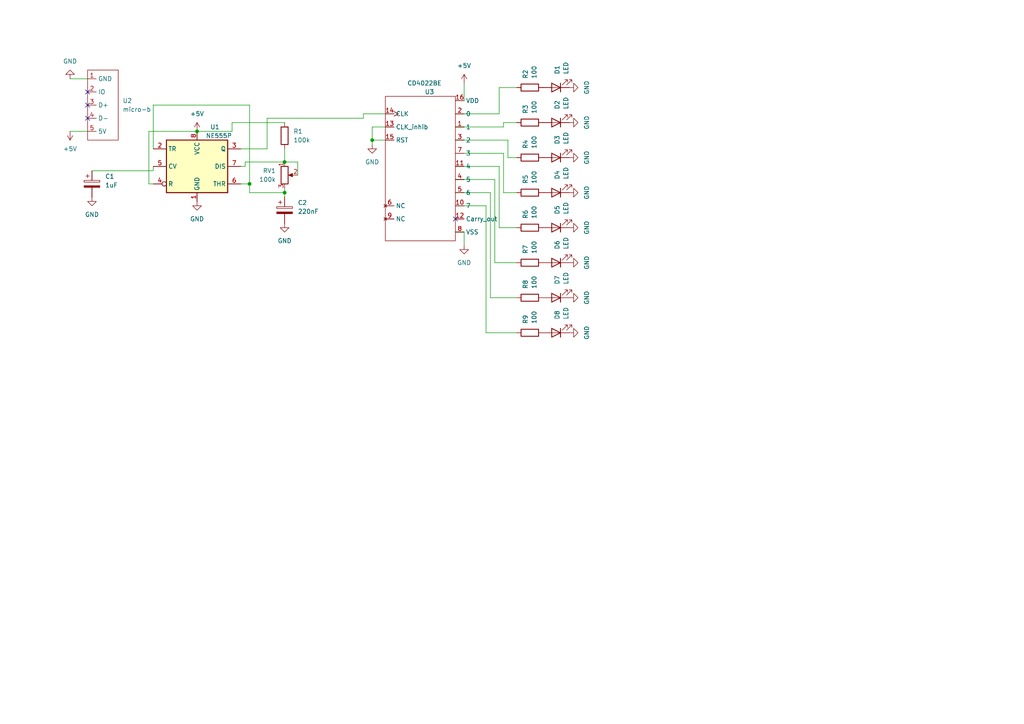
<source format=kicad_sch>
(kicad_sch (version 20211123) (generator eeschema)
  (paper "A4")
  (lib_symbols
    (symbol "CD4022BE:CD4022BE"
      (property "Reference" "U" (at -5.08 0 0))
      (property "Value" "CD4022BE" (at -5.08 2.54 0))
      (symbol "CD4022BE_0_1"
        (rectangle (start -15.24 -1.27) (end 5.08 -43.18))
      )
      (symbol "CD4022BE_1_1"
        (pin output line (at 5.08 -10.16 0) (length 2.54) (name "1") (number "1"))
        (pin output line (at 5.08 -33.02 0) (length 2.54) (name "7") (number "10"))
        (pin output line (at 5.08 -21.59 0) (length 2.54) (name "4") (number "11"))
        (pin output line (at 5.08 -36.83 0) (length 2.54) (name "Carry_out") (number "12"))
        (pin input line (at -15.24 -10.16 0) (length 2.54) (name "CLK_inhib") (number "13"))
        (pin input clock (at -15.24 -6.35 0) (length 2.54) (name "CLK") (number "14"))
        (pin input line (at -15.24 -13.97 0) (length 2.54) (name "RST") (number "15"))
        (pin power_in line (at 5.08 -2.54 0) (length 2.54) (name "VDD") (number "16"))
        (pin output line (at 5.08 -6.35 0) (length 2.54) (name "0") (number "2"))
        (pin output line (at 5.08 -13.97 0) (length 2.54) (name "2") (number "3"))
        (pin output line (at 5.08 -25.4 0) (length 2.54) (name "5") (number "4"))
        (pin output line (at 5.08 -29.21 0) (length 2.54) (name "6") (number "5"))
        (pin no_connect line (at -15.24 -33.02 0) (length 2.54) (name "NC") (number "6"))
        (pin output line (at 5.08 -17.78 0) (length 2.54) (name "3") (number "7"))
        (pin power_in line (at 5.08 -40.64 0) (length 2.54) (name "VSS") (number "8"))
        (pin no_connect line (at -15.24 -36.83 0) (length 2.54) (name "NC") (number "9"))
      )
    )
    (symbol "Device:C_Polarized" (pin_numbers hide) (pin_names (offset 0.254))
      (property "Reference" "C" (at 0.635 2.54 0))
      (property "Value" "C_Polarized" (at 0.635 -2.54 0))
      (symbol "C_Polarized_0_1"
        (rectangle (start -2.286 0.508) (end 2.286 1.016))
        (polyline (pts (xy -1.778 2.286) (xy -0.762 2.286)))
        (polyline (pts (xy -1.27 2.794) (xy -1.27 1.778)))
        (rectangle (start 2.286 -0.508) (end -2.286 -1.016) (fill (type outline)))
      )
      (symbol "C_Polarized_1_1"
        (pin passive line (at 0 3.81 270) (length 2.794) (name "~") (number "1"))
        (pin passive line (at 0 -3.81 90) (length 2.794) (name "~") (number "2"))
      )
    )
    (symbol "Device:LED" (pin_numbers hide) (pin_names (offset 1.016) hide)
      (property "Reference" "D" (at 0 2.54 0))
      (property "Value" "LED" (at 0 -2.54 0))
      (symbol "LED_0_1"
        (polyline (pts (xy -1.27 -1.27) (xy -1.27 1.27)) (stroke (width 0.254)))
        (polyline (pts (xy -1.27 0) (xy 1.27 0)))
        (polyline (pts (xy 1.27 -1.27) (xy 1.27 1.27) (xy -1.27 0) (xy 1.27 -1.27)) (stroke (width 0.254)))
        (polyline (pts (xy -3.048 -0.762) (xy -4.572 -2.286) (xy -3.81 -2.286) (xy -4.572 -2.286) (xy -4.572 -1.524)))
        (polyline (pts (xy -1.778 -0.762) (xy -3.302 -2.286) (xy -2.54 -2.286) (xy -3.302 -2.286) (xy -3.302 -1.524)))
      )
      (symbol "LED_1_1"
        (pin passive line (at -3.81 0 0) (length 2.54) (name "K") (number "1"))
        (pin passive line (at 3.81 0 180) (length 2.54) (name "A") (number "2"))
      )
    )
    (symbol "Device:R" (pin_numbers hide) (pin_names (offset 0))
      (property "Reference" "R" (at 2.032 0 90))
      (property "Value" "R" (at 0 0 90))
      (symbol "R_0_1"
        (rectangle (start -1.016 -2.54) (end 1.016 2.54) (stroke (width 0.254)))
      )
      (symbol "R_1_1"
        (pin passive line (at 0 3.81 270) (length 1.27) (name "~") (number "1"))
        (pin passive line (at 0 -3.81 90) (length 1.27) (name "~") (number "2"))
      )
    )
    (symbol "Device:R_Potentiometer" (pin_names (offset 1.016) hide)
      (property "Reference" "RV" (at -4.445 0 90))
      (property "Value" "R_Potentiometer" (at -2.54 0 90))
      (symbol "R_Potentiometer_0_1"
        (polyline (pts (xy 2.54 0) (xy 1.524 0)))
        (polyline (pts (xy 1.143 0) (xy 2.286 0.508) (xy 2.286 -0.508) (xy 1.143 0)) (fill (type outline)))
        (rectangle (start 1.016 2.54) (end -1.016 -2.54) (stroke (width 0.254)))
      )
      (symbol "R_Potentiometer_1_1"
        (pin passive line (at 0 3.81 270) (length 1.27) (name "1") (number "1"))
        (pin passive line (at 3.81 0 180) (length 1.27) (name "2") (number "2"))
        (pin passive line (at 0 -3.81 90) (length 1.27) (name "3") (number "3"))
      )
    )
    (symbol "Timer:NE555P"
      (property "Reference" "U" (at -10.16 8.89 0))
      (property "Value" "NE555P" (at 2.54 8.89 0))
      (symbol "NE555P_0_0"
        (pin power_in line (at 0 -10.16 90) (length 2.54) (name "GND") (number "1"))
        (pin power_in line (at 0 10.16 270) (length 2.54) (name "VCC") (number "8"))
      )
      (symbol "NE555P_0_1"
        (rectangle (start -8.89 -7.62) (end 8.89 7.62) (stroke (width 0.254)) (fill (type background)))
        (rectangle (start -8.89 -7.62) (end 8.89 7.62) (stroke (width 0.254)) (fill (type background)))
      )
      (symbol "NE555P_1_1"
        (pin input line (at -12.7 5.08 0) (length 3.81) (name "TR") (number "2"))
        (pin output line (at 12.7 5.08 180) (length 3.81) (name "Q") (number "3"))
        (pin input inverted (at -12.7 -5.08 0) (length 3.81) (name "R") (number "4"))
        (pin input line (at -12.7 0 0) (length 3.81) (name "CV") (number "5"))
        (pin input line (at 12.7 -5.08 180) (length 3.81) (name "THR") (number "6"))
        (pin input line (at 12.7 0 180) (length 3.81) (name "DIS") (number "7"))
      )
    )
    (symbol "USB_breakout:micro-b"
      (property "Reference" "U" (at 0 0 0))
      (property "Value" "micro-b" (at 0 2.54 0))
      (symbol "micro-b_0_1"
        (rectangle (start -5.08 -2.54) (end 3.81 -22.86))
      )
      (symbol "micro-b_1_1"
        (pin power_out line (at -5.08 -5.08 0) (length 2.54) (name "GND") (number "1"))
        (pin bidirectional line (at -5.08 -8.89 0) (length 2.54) (name "IO") (number "2"))
        (pin bidirectional line (at -5.08 -12.7 0) (length 2.54) (name "D+") (number "3"))
        (pin bidirectional line (at -5.08 -16.51 0) (length 2.54) (name "D-") (number "4"))
        (pin power_out line (at -5.08 -20.32 0) (length 2.54) (name "5V") (number "5"))
      )
    )
    (symbol "power:+5V" (power) (pin_names (offset 0))
      (property "Value" "+5V" (at 0 3.556 0))
      (symbol "+5V_0_1"
        (polyline (pts (xy -0.762 1.27) (xy 0 2.54)))
        (polyline (pts (xy 0 0) (xy 0 2.54)))
        (polyline (pts (xy 0 2.54) (xy 0.762 1.27)))
      )
      (symbol "+5V_1_1"
        (pin power_in line (at 0 0 90) (length 0) hide (name "+5V") (number "1"))
      )
    )
    (symbol "power:GND" (power) (pin_names (offset 0))
      (property "Value" "GND" (at 0 -3.81 0))
      (symbol "GND_0_1"
        (polyline (pts (xy 0 0) (xy 0 -1.27) (xy 1.27 -1.27) (xy 0 -2.54) (xy -1.27 -1.27) (xy 0 -1.27)))
      )
      (symbol "GND_1_1"
        (pin power_in line (at 0 0 270) (length 0) hide (name "GND") (number "1"))
      )
    )
  )
  (junction (at 82.55 46.99))
  (junction (at 107.95 40.64))
  (junction (at 57.15 38.1))
  (junction (at 82.55 55.88))
  (junction (at 72.39 53.34))
  (no_connect (at 132.08 63.5))
  (no_connect (at 25.4 34.29))
  (no_connect (at 25.4 30.48))
  (no_connect (at 25.4 26.67))
  (wire (pts (xy 134.62 67.31) (xy 134.62 71.12)))
  (wire (pts (xy 107.95 40.64) (xy 107.95 41.91)))
  (wire (pts (xy 149.86 86.36) (xy 142.24 86.36)))
  (wire (pts (xy 132.08 40.64) (xy 147.32 40.64)))
  (wire (pts (xy 72.39 53.34) (xy 69.85 53.34)))
  (wire (pts (xy 71.12 46.99) (xy 71.12 48.26)))
  (wire (pts (xy 105.41 34.29) (xy 105.41 33.02)))
  (wire (pts (xy 82.55 54.61) (xy 82.55 55.88)))
  (wire (pts (xy 82.55 46.99) (xy 71.12 46.99)))
  (wire (pts (xy 44.45 30.48) (xy 72.39 30.48)))
  (wire (pts (xy 132.08 59.69) (xy 140.97 59.69)))
  (wire (pts (xy 146.05 55.88) (xy 149.86 55.88)))
  (wire (pts (xy 44.45 53.34) (xy 43.18 53.34)))
  (wire (pts (xy 44.45 43.18) (xy 44.45 30.48)))
  (wire (pts (xy 82.55 35.56) (xy 67.31 35.56)))
  (wire (pts (xy 146.05 35.56) (xy 149.86 35.56)))
  (wire (pts (xy 132.08 36.83) (xy 146.05 36.83)))
  (wire (pts (xy 132.08 67.31) (xy 134.62 67.31)))
  (wire (pts (xy 142.24 55.88) (xy 142.24 86.36)))
  (wire (pts (xy 132.08 52.07) (xy 143.51 52.07)))
  (wire (pts (xy 143.51 76.2) (xy 149.86 76.2)))
  (wire (pts (xy 143.51 52.07) (xy 143.51 76.2)))
  (wire (pts (xy 82.55 55.88) (xy 72.39 55.88)))
  (wire (pts (xy 20.32 22.86) (xy 25.4 22.86)))
  (wire (pts (xy 132.08 29.21) (xy 134.62 29.21)))
  (wire (pts (xy 86.36 46.99) (xy 82.55 46.99)))
  (wire (pts (xy 82.55 43.18) (xy 82.55 46.99)))
  (wire (pts (xy 140.97 59.69) (xy 140.97 96.52)))
  (wire (pts (xy 86.36 50.8) (xy 86.36 46.99)))
  (wire (pts (xy 144.78 66.04) (xy 149.86 66.04)))
  (wire (pts (xy 111.76 40.64) (xy 107.95 40.64)))
  (wire (pts (xy 144.78 25.4) (xy 149.86 25.4)))
  (wire (pts (xy 111.76 36.83) (xy 107.95 36.83)))
  (wire (pts (xy 26.67 49.53) (xy 44.45 49.53)))
  (wire (pts (xy 44.45 49.53) (xy 44.45 48.26)))
  (wire (pts (xy 147.32 45.72) (xy 149.86 45.72)))
  (wire (pts (xy 132.08 33.02) (xy 144.78 33.02)))
  (wire (pts (xy 140.97 96.52) (xy 149.86 96.52)))
  (wire (pts (xy 105.41 33.02) (xy 111.76 33.02)))
  (wire (pts (xy 82.55 55.88) (xy 82.55 57.15)))
  (wire (pts (xy 67.31 38.1) (xy 57.15 38.1)))
  (wire (pts (xy 144.78 33.02) (xy 144.78 25.4)))
  (wire (pts (xy 147.32 40.64) (xy 147.32 45.72)))
  (wire (pts (xy 20.32 38.1) (xy 25.4 38.1)))
  (wire (pts (xy 132.08 48.26) (xy 144.78 48.26)))
  (wire (pts (xy 72.39 30.48) (xy 72.39 53.34)))
  (wire (pts (xy 132.08 44.45) (xy 146.05 44.45)))
  (wire (pts (xy 77.47 43.18) (xy 77.47 34.29)))
  (wire (pts (xy 67.31 35.56) (xy 67.31 38.1)))
  (wire (pts (xy 134.62 29.21) (xy 134.62 24.13)))
  (wire (pts (xy 69.85 43.18) (xy 77.47 43.18)))
  (wire (pts (xy 43.18 38.1) (xy 57.15 38.1)))
  (wire (pts (xy 107.95 36.83) (xy 107.95 40.64)))
  (wire (pts (xy 146.05 44.45) (xy 146.05 55.88)))
  (wire (pts (xy 43.18 53.34) (xy 43.18 38.1)))
  (wire (pts (xy 77.47 34.29) (xy 105.41 34.29)))
  (wire (pts (xy 132.08 55.88) (xy 142.24 55.88)))
  (wire (pts (xy 146.05 36.83) (xy 146.05 35.56)))
  (wire (pts (xy 144.78 48.26) (xy 144.78 66.04)))
  (wire (pts (xy 71.12 48.26) (xy 69.85 48.26)))
  (wire (pts (xy 72.39 55.88) (xy 72.39 53.34)))
  (symbol (lib_id "power:GND") (at 165.1 66.04 90) (unit 1)
    (property "Reference" "#PWR014" (effects hide))
    (property "Value" "GND" (at 170.18 66.04 0))
  )
  (symbol (lib_id "power:GND") (at 165.1 86.36 90) (unit 1)
    (property "Reference" "#PWR016" (effects hide))
    (property "Value" "GND" (at 170.18 86.36 0))
  )
  (symbol (lib_id "Device:R") (at 153.67 25.4 90) (unit 1)
    (property "Reference" "R2" (at 152.3999 22.86 0) (effects (justify left)))
    (property "Value" "100" (at 154.9399 22.86 0) (effects (justify left)))
    (property "Footprint" "Resistor_THT:R_Axial_DIN0414_L11.9mm_D4.5mm_P5.08mm_Vertical" (effects hide))
  )
  (symbol (lib_id "Device:LED") (at 161.29 76.2 180) (unit 1)
    (property "Reference" "D6" (at 161.6074 72.39 90) (effects (justify right)))
    (property "Value" "LED" (at 164.1474 72.39 90) (effects (justify right)))
    (property "Footprint" "LED_THT:LED_D5.0mm" (effects hide))
  )
  (symbol (lib_id "Device:R") (at 153.67 35.56 90) (unit 1)
    (property "Reference" "R3" (at 152.3999 33.02 0) (effects (justify left)))
    (property "Value" "100" (at 154.9399 33.02 0) (effects (justify left)))
    (property "Footprint" "Resistor_THT:R_Axial_DIN0414_L11.9mm_D4.5mm_P5.08mm_Vertical" (effects hide))
  )
  (symbol (lib_id "power:GND") (at 82.55 64.77 0) (unit 1)
    (property "Reference" "#PWR04" (effects hide))
    (property "Value" "GND" (at 82.55 69.85 0))
  )
  (symbol (lib_id "power:GND") (at 20.32 22.86 180) (unit 1)
    (property "Reference" "#PWR05" (effects hide))
    (property "Value" "GND" (at 20.32 17.78 0))
  )
  (symbol (lib_id "Device:R_Potentiometer") (at 82.55 50.8 0) (unit 1)
    (property "Reference" "RV1" (at 80.01 49.5299 0) (effects (justify right)))
    (property "Value" "100k" (at 80.01 52.0699 0) (effects (justify right)))
    (property "Footprint" "Potentiometer_THT:Potentiometer_Bourns_PTV09A-1_Single_Vertical" (effects hide))
  )
  (symbol (lib_id "Device:R") (at 153.67 96.52 90) (unit 1)
    (property "Reference" "R9" (at 152.3999 93.98 0) (effects (justify left)))
    (property "Value" "100" (at 154.9399 93.98 0) (effects (justify left)))
    (property "Footprint" "Resistor_THT:R_Axial_DIN0414_L11.9mm_D4.5mm_P5.08mm_Vertical" (effects hide))
  )
  (symbol (lib_id "power:GND") (at 107.95 41.91 0) (unit 1)
    (property "Reference" "#PWR07" (effects hide))
    (property "Value" "GND" (at 107.95 46.99 0))
  )
  (symbol (lib_id "power:GND") (at 165.1 76.2 90) (unit 1)
    (property "Reference" "#PWR015" (effects hide))
    (property "Value" "GND" (at 170.18 76.2 0))
  )
  (symbol (lib_id "power:GND") (at 165.1 45.72 90) (unit 1)
    (property "Reference" "#PWR012" (effects hide))
    (property "Value" "GND" (at 170.18 45.72 0))
  )
  (symbol (lib_id "power:GND") (at 26.67 57.15 0) (unit 1)
    (property "Reference" "#PWR01" (effects hide))
    (property "Value" "GND" (at 26.67 62.23 0))
  )
  (symbol (lib_id "power:GND") (at 165.1 35.56 90) (unit 1)
    (property "Reference" "#PWR011" (effects hide))
    (property "Value" "GND" (at 170.18 35.56 0))
  )
  (symbol (lib_id "Device:C_Polarized") (at 82.55 60.96 0) (unit 1)
    (property "Reference" "C2" (at 86.36 58.8009 0) (effects (justify left)))
    (property "Value" "220nF" (at 86.36 61.3409 0) (effects (justify left)))
    (property "Footprint" "Capacitor_THT:CP_Radial_D5.0mm_P2.00mm" (effects hide))
  )
  (symbol (lib_id "Device:R") (at 153.67 55.88 90) (unit 1)
    (property "Reference" "R5" (at 152.3999 53.34 0) (effects (justify left)))
    (property "Value" "100" (at 154.9399 53.34 0) (effects (justify left)))
    (property "Footprint" "Resistor_THT:R_Axial_DIN0414_L11.9mm_D4.5mm_P5.08mm_Vertical" (effects hide))
  )
  (symbol (lib_id "Device:R") (at 153.67 45.72 90) (unit 1)
    (property "Reference" "R4" (at 152.3999 43.18 0) (effects (justify left)))
    (property "Value" "100" (at 154.9399 43.18 0) (effects (justify left)))
    (property "Footprint" "Resistor_THT:R_Axial_DIN0414_L11.9mm_D4.5mm_P5.08mm_Vertical" (effects hide))
  )
  (symbol (lib_id "Device:R") (at 153.67 86.36 90) (unit 1)
    (property "Reference" "R8" (at 152.3999 83.82 0) (effects (justify left)))
    (property "Value" "100" (at 154.9399 83.82 0) (effects (justify left)))
    (property "Footprint" "Resistor_THT:R_Axial_DIN0414_L11.9mm_D4.5mm_P5.08mm_Vertical" (effects hide))
  )
  (symbol (lib_id "Device:LED") (at 161.29 45.72 180) (unit 1)
    (property "Reference" "D3" (at 161.6074 41.91 90) (effects (justify right)))
    (property "Value" "LED" (at 164.1474 41.91 90) (effects (justify right)))
    (property "Footprint" "LED_THT:LED_D5.0mm" (effects hide))
  )
  (symbol (lib_id "Device:R") (at 153.67 66.04 90) (unit 1)
    (property "Reference" "R6" (at 152.3999 63.5 0) (effects (justify left)))
    (property "Value" "100" (at 154.9399 63.5 0) (effects (justify left)))
    (property "Footprint" "Resistor_THT:R_Axial_DIN0414_L11.9mm_D4.5mm_P5.08mm_Vertical" (effects hide))
  )
  (symbol (lib_id "CD4022BE:CD4022BE") (at 127 26.67 0) (unit 1)
    (property "Reference" "U3" (at 123.19 26.67 0) (effects (justify left)))
    (property "Value" "CD4022BE" (at 118.11 24.13 0) (effects (justify left)))
    (property "Footprint" "CD4022BE:CD4022BE" (effects hide))
  )
  (symbol (lib_id "Device:LED") (at 161.29 86.36 180) (unit 1)
    (property "Reference" "D7" (at 161.6074 82.55 90) (effects (justify right)))
    (property "Value" "LED" (at 164.1474 82.55 90) (effects (justify right)))
    (property "Footprint" "LED_THT:LED_D5.0mm" (effects hide))
  )
  (symbol (lib_id "Device:R") (at 153.67 76.2 90) (unit 1)
    (property "Reference" "R7" (at 152.3999 73.66 0) (effects (justify left)))
    (property "Value" "100" (at 154.9399 73.66 0) (effects (justify left)))
    (property "Footprint" "Resistor_THT:R_Axial_DIN0414_L11.9mm_D4.5mm_P5.08mm_Vertical" (effects hide))
  )
  (symbol (lib_id "power:GND") (at 57.15 58.42 0) (unit 1)
    (property "Reference" "#PWR03" (effects hide))
    (property "Value" "GND" (at 57.15 63.5 0))
  )
  (symbol (lib_id "Device:LED") (at 161.29 66.04 180) (unit 1)
    (property "Reference" "D5" (at 161.6074 62.23 90) (effects (justify right)))
    (property "Value" "LED" (at 164.1474 62.23 90) (effects (justify right)))
    (property "Footprint" "LED_THT:LED_D5.0mm" (effects hide))
  )
  (symbol (lib_id "Device:LED") (at 161.29 35.56 180) (unit 1)
    (property "Reference" "D2" (at 161.6074 31.75 90) (effects (justify right)))
    (property "Value" "LED" (at 164.1474 31.75 90) (effects (justify right)))
    (property "Footprint" "LED_THT:LED_D5.0mm" (effects hide))
  )
  (symbol (lib_id "power:+5V") (at 57.15 38.1 0) (unit 1)
    (property "Reference" "#PWR02" (effects hide))
    (property "Value" "+5V" (at 57.15 33.02 0))
  )
  (symbol (lib_id "power:GND") (at 134.62 71.12 0) (unit 1)
    (property "Reference" "#PWR09" (effects hide))
    (property "Value" "GND" (at 134.62 76.2 0))
  )
  (symbol (lib_id "USB_breakout:micro-b") (at 30.48 17.78 0) (unit 1)
    (property "Reference" "U2" (at 35.56 29.2099 0) (effects (justify left)))
    (property "Value" "micro-b" (at 35.56 31.7499 0) (effects (justify left)))
    (property "Footprint" "USB_breakout:micro-b_adafruit" (effects hide))
  )
  (symbol (lib_id "power:GND") (at 165.1 25.4 90) (unit 1)
    (property "Reference" "#PWR010" (effects hide))
    (property "Value" "GND" (at 170.18 25.4 0))
  )
  (symbol (lib_id "power:+5V") (at 134.62 24.13 0) (unit 1)
    (property "Reference" "#PWR08" (effects hide))
    (property "Value" "+5V" (at 134.62 19.05 0))
  )
  (symbol (lib_id "power:GND") (at 165.1 96.52 90) (unit 1)
    (property "Reference" "#PWR017" (effects hide))
    (property "Value" "GND" (at 170.18 96.52 0))
  )
  (symbol (lib_id "Device:R") (at 82.55 39.37 0) (unit 1)
    (property "Reference" "R1" (at 85.09 38.0999 0) (effects (justify left)))
    (property "Value" "100k" (at 85.09 40.6399 0) (effects (justify left)))
    (property "Footprint" "Resistor_THT:R_Axial_DIN0207_L6.3mm_D2.5mm_P7.62mm_Horizontal" (effects hide))
  )
  (symbol (lib_id "Timer:NE555P") (at 57.15 48.26 0) (unit 1)
    (property "Reference" "U1" (at 60.96 36.83 0) (effects (justify left)))
    (property "Value" "NE555P" (at 59.69 39.37 0) (effects (justify left)))
    (property "Footprint" "Package_DIP:DIP-8_W7.62mm" (effects hide))
    (property "Datasheet" "http://www.ti.com/lit/ds/symlink/ne555.pdf" (effects hide))
  )
  (symbol (lib_id "power:GND") (at 165.1 55.88 90) (unit 1)
    (property "Reference" "#PWR013" (effects hide))
    (property "Value" "GND" (at 170.18 55.88 0))
  )
  (symbol (lib_id "power:+5V") (at 20.32 38.1 180) (unit 1)
    (property "Reference" "#PWR06" (effects hide))
    (property "Value" "+5V" (at 20.32 43.18 0))
  )
  (symbol (lib_id "Device:LED") (at 161.29 55.88 180) (unit 1)
    (property "Reference" "D4" (at 161.6074 52.07 90) (effects (justify right)))
    (property "Value" "LED" (at 164.1474 52.07 90) (effects (justify right)))
    (property "Footprint" "LED_THT:LED_D5.0mm" (effects hide))
  )
  (symbol (lib_id "Device:LED") (at 161.29 96.52 180) (unit 1)
    (property "Reference" "D8" (at 161.6074 92.71 90) (effects (justify right)))
    (property "Value" "LED" (at 164.1474 92.71 90) (effects (justify right)))
    (property "Footprint" "LED_THT:LED_D5.0mm" (effects hide))
  )
  (symbol (lib_id "Device:C_Polarized") (at 26.67 53.34 0) (unit 1)
    (property "Reference" "C1" (at 30.48 51.1809 0) (effects (justify left)))
    (property "Value" "1uF" (at 30.48 53.7209 0) (effects (justify left)))
    (property "Footprint" "Capacitor_THT:CP_Radial_D5.0mm_P2.00mm" (effects hide))
  )
  (symbol (lib_id "Device:LED") (at 161.29 25.4 180) (unit 1)
    (property "Reference" "D1" (at 161.6074 21.59 90) (effects (justify right)))
    (property "Value" "LED" (at 164.1474 21.59 90) (effects (justify right)))
    (property "Footprint" "LED_THT:LED_D5.0mm" (effects hide))
  )
)
</source>
